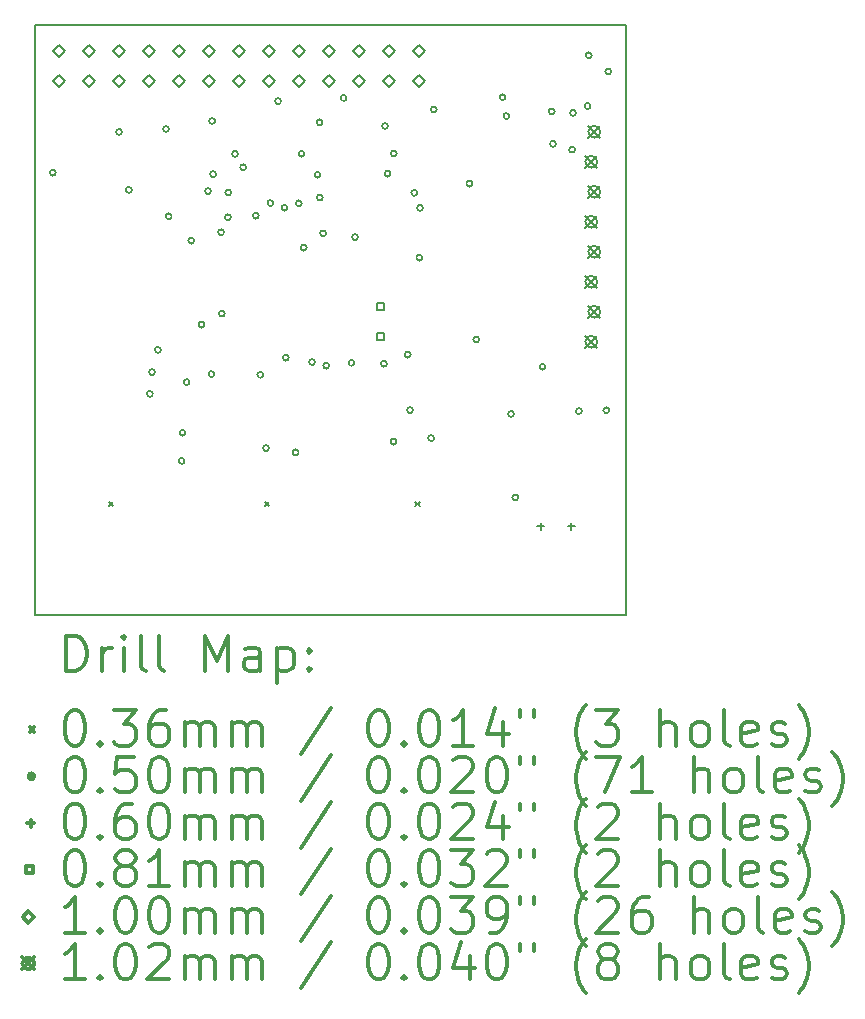
<source format=gbr>
%FSLAX45Y45*%
G04 Gerber Fmt 4.5, Leading zero omitted, Abs format (unit mm)*
G04 Created by KiCad (PCBNEW 4.0.0-rc2-stable) date 5/23/2016 2:12:25 PM*
%MOMM*%
G01*
G04 APERTURE LIST*
%ADD10C,0.127000*%
%ADD11C,0.150000*%
%ADD12C,0.200000*%
%ADD13C,0.300000*%
G04 APERTURE END LIST*
D10*
D11*
X12350110Y-13000360D02*
X17350110Y-13000360D01*
X17350110Y-13000360D02*
X17350110Y-8000360D01*
X17350110Y-8000360D02*
X12350110Y-8000360D01*
X12350110Y-8000360D02*
X12350110Y-13000360D01*
D12*
X12972330Y-12042780D02*
X13007890Y-12078340D01*
X13007890Y-12042780D02*
X12972330Y-12078340D01*
X14294330Y-12042780D02*
X14329890Y-12078340D01*
X14329890Y-12042780D02*
X14294330Y-12078340D01*
X15569330Y-12042780D02*
X15604890Y-12078340D01*
X15604890Y-12042780D02*
X15569330Y-12078340D01*
X12523110Y-9253360D02*
G75*
G03X12523110Y-9253360I-25000J0D01*
G01*
X13085110Y-8907360D02*
G75*
G03X13085110Y-8907360I-25000J0D01*
G01*
X13167110Y-9399360D02*
G75*
G03X13167110Y-9399360I-25000J0D01*
G01*
X13345110Y-11125360D02*
G75*
G03X13345110Y-11125360I-25000J0D01*
G01*
X13363110Y-10942360D02*
G75*
G03X13363110Y-10942360I-25000J0D01*
G01*
X13413110Y-10753360D02*
G75*
G03X13413110Y-10753360I-25000J0D01*
G01*
X13481110Y-8883360D02*
G75*
G03X13481110Y-8883360I-25000J0D01*
G01*
X13504110Y-9622360D02*
G75*
G03X13504110Y-9622360I-25000J0D01*
G01*
X13615110Y-11693360D02*
G75*
G03X13615110Y-11693360I-25000J0D01*
G01*
X13623110Y-11455360D02*
G75*
G03X13623110Y-11455360I-25000J0D01*
G01*
X13657110Y-11025360D02*
G75*
G03X13657110Y-11025360I-25000J0D01*
G01*
X13696110Y-9828360D02*
G75*
G03X13696110Y-9828360I-25000J0D01*
G01*
X13782110Y-10539360D02*
G75*
G03X13782110Y-10539360I-25000J0D01*
G01*
X13837110Y-9409360D02*
G75*
G03X13837110Y-9409360I-25000J0D01*
G01*
X13866110Y-10958360D02*
G75*
G03X13866110Y-10958360I-25000J0D01*
G01*
X13873110Y-8815360D02*
G75*
G03X13873110Y-8815360I-25000J0D01*
G01*
X13881110Y-9265360D02*
G75*
G03X13881110Y-9265360I-25000J0D01*
G01*
X13948110Y-9757360D02*
G75*
G03X13948110Y-9757360I-25000J0D01*
G01*
X13955110Y-10446360D02*
G75*
G03X13955110Y-10446360I-25000J0D01*
G01*
X14006110Y-9630360D02*
G75*
G03X14006110Y-9630360I-25000J0D01*
G01*
X14009110Y-9421360D02*
G75*
G03X14009110Y-9421360I-25000J0D01*
G01*
X14067110Y-9093360D02*
G75*
G03X14067110Y-9093360I-25000J0D01*
G01*
X14135110Y-9207360D02*
G75*
G03X14135110Y-9207360I-25000J0D01*
G01*
X14242110Y-9617360D02*
G75*
G03X14242110Y-9617360I-25000J0D01*
G01*
X14280110Y-10964360D02*
G75*
G03X14280110Y-10964360I-25000J0D01*
G01*
X14328110Y-11585360D02*
G75*
G03X14328110Y-11585360I-25000J0D01*
G01*
X14365110Y-9510360D02*
G75*
G03X14365110Y-9510360I-25000J0D01*
G01*
X14431110Y-8647360D02*
G75*
G03X14431110Y-8647360I-25000J0D01*
G01*
X14484110Y-9550360D02*
G75*
G03X14484110Y-9550360I-25000J0D01*
G01*
X14496110Y-10819360D02*
G75*
G03X14496110Y-10819360I-25000J0D01*
G01*
X14579110Y-11621360D02*
G75*
G03X14579110Y-11621360I-25000J0D01*
G01*
X14606110Y-9512360D02*
G75*
G03X14606110Y-9512360I-25000J0D01*
G01*
X14630110Y-9093360D02*
G75*
G03X14630110Y-9093360I-25000J0D01*
G01*
X14647110Y-9887360D02*
G75*
G03X14647110Y-9887360I-25000J0D01*
G01*
X14719110Y-10856360D02*
G75*
G03X14719110Y-10856360I-25000J0D01*
G01*
X14765110Y-9271360D02*
G75*
G03X14765110Y-9271360I-25000J0D01*
G01*
X14782110Y-8826360D02*
G75*
G03X14782110Y-8826360I-25000J0D01*
G01*
X14785110Y-9463360D02*
G75*
G03X14785110Y-9463360I-25000J0D01*
G01*
X14812110Y-9766360D02*
G75*
G03X14812110Y-9766360I-25000J0D01*
G01*
X14838110Y-10887360D02*
G75*
G03X14838110Y-10887360I-25000J0D01*
G01*
X14986110Y-8620360D02*
G75*
G03X14986110Y-8620360I-25000J0D01*
G01*
X15052110Y-10863360D02*
G75*
G03X15052110Y-10863360I-25000J0D01*
G01*
X15082110Y-9799360D02*
G75*
G03X15082110Y-9799360I-25000J0D01*
G01*
X15327110Y-10870360D02*
G75*
G03X15327110Y-10870360I-25000J0D01*
G01*
X15336110Y-8857360D02*
G75*
G03X15336110Y-8857360I-25000J0D01*
G01*
X15358110Y-9261360D02*
G75*
G03X15358110Y-9261360I-25000J0D01*
G01*
X15408110Y-11530360D02*
G75*
G03X15408110Y-11530360I-25000J0D01*
G01*
X15410110Y-9091360D02*
G75*
G03X15410110Y-9091360I-25000J0D01*
G01*
X15528110Y-10793360D02*
G75*
G03X15528110Y-10793360I-25000J0D01*
G01*
X15547110Y-11263360D02*
G75*
G03X15547110Y-11263360I-25000J0D01*
G01*
X15584110Y-9424360D02*
G75*
G03X15584110Y-9424360I-25000J0D01*
G01*
X15627110Y-9973360D02*
G75*
G03X15627110Y-9973360I-25000J0D01*
G01*
X15633110Y-9550360D02*
G75*
G03X15633110Y-9550360I-25000J0D01*
G01*
X15727110Y-11500360D02*
G75*
G03X15727110Y-11500360I-25000J0D01*
G01*
X15748110Y-8718360D02*
G75*
G03X15748110Y-8718360I-25000J0D01*
G01*
X16051110Y-9345360D02*
G75*
G03X16051110Y-9345360I-25000J0D01*
G01*
X16108110Y-10665360D02*
G75*
G03X16108110Y-10665360I-25000J0D01*
G01*
X16332110Y-8613360D02*
G75*
G03X16332110Y-8613360I-25000J0D01*
G01*
X16363110Y-8773360D02*
G75*
G03X16363110Y-8773360I-25000J0D01*
G01*
X16404110Y-11295360D02*
G75*
G03X16404110Y-11295360I-25000J0D01*
G01*
X16440110Y-12002360D02*
G75*
G03X16440110Y-12002360I-25000J0D01*
G01*
X16671110Y-10896360D02*
G75*
G03X16671110Y-10896360I-25000J0D01*
G01*
X16747110Y-8734360D02*
G75*
G03X16747110Y-8734360I-25000J0D01*
G01*
X16758110Y-9008360D02*
G75*
G03X16758110Y-9008360I-25000J0D01*
G01*
X16920110Y-9057360D02*
G75*
G03X16920110Y-9057360I-25000J0D01*
G01*
X16928110Y-8746360D02*
G75*
G03X16928110Y-8746360I-25000J0D01*
G01*
X16977110Y-11271360D02*
G75*
G03X16977110Y-11271360I-25000J0D01*
G01*
X17052110Y-8688360D02*
G75*
G03X17052110Y-8688360I-25000J0D01*
G01*
X17061110Y-8258360D02*
G75*
G03X17061110Y-8258360I-25000J0D01*
G01*
X17210110Y-11264360D02*
G75*
G03X17210110Y-11264360I-25000J0D01*
G01*
X17227110Y-8395360D02*
G75*
G03X17227110Y-8395360I-25000J0D01*
G01*
X16630110Y-12216360D02*
X16630110Y-12276360D01*
X16600110Y-12246360D02*
X16660110Y-12246360D01*
X16890110Y-12216360D02*
X16890110Y-12276360D01*
X16860110Y-12246360D02*
X16920110Y-12246360D01*
X15304847Y-10412097D02*
X15304847Y-10354623D01*
X15247373Y-10354623D01*
X15247373Y-10412097D01*
X15304847Y-10412097D01*
X15304847Y-10666097D02*
X15304847Y-10608623D01*
X15247373Y-10608623D01*
X15247373Y-10666097D01*
X15304847Y-10666097D01*
X12550110Y-8274360D02*
X12600110Y-8224360D01*
X12550110Y-8174360D01*
X12500110Y-8224360D01*
X12550110Y-8274360D01*
X12550110Y-8528360D02*
X12600110Y-8478360D01*
X12550110Y-8428360D01*
X12500110Y-8478360D01*
X12550110Y-8528360D01*
X12804110Y-8274360D02*
X12854110Y-8224360D01*
X12804110Y-8174360D01*
X12754110Y-8224360D01*
X12804110Y-8274360D01*
X12804110Y-8528360D02*
X12854110Y-8478360D01*
X12804110Y-8428360D01*
X12754110Y-8478360D01*
X12804110Y-8528360D01*
X13058110Y-8274360D02*
X13108110Y-8224360D01*
X13058110Y-8174360D01*
X13008110Y-8224360D01*
X13058110Y-8274360D01*
X13058110Y-8528360D02*
X13108110Y-8478360D01*
X13058110Y-8428360D01*
X13008110Y-8478360D01*
X13058110Y-8528360D01*
X13312110Y-8274360D02*
X13362110Y-8224360D01*
X13312110Y-8174360D01*
X13262110Y-8224360D01*
X13312110Y-8274360D01*
X13312110Y-8528360D02*
X13362110Y-8478360D01*
X13312110Y-8428360D01*
X13262110Y-8478360D01*
X13312110Y-8528360D01*
X13566110Y-8274360D02*
X13616110Y-8224360D01*
X13566110Y-8174360D01*
X13516110Y-8224360D01*
X13566110Y-8274360D01*
X13566110Y-8528360D02*
X13616110Y-8478360D01*
X13566110Y-8428360D01*
X13516110Y-8478360D01*
X13566110Y-8528360D01*
X13820110Y-8274360D02*
X13870110Y-8224360D01*
X13820110Y-8174360D01*
X13770110Y-8224360D01*
X13820110Y-8274360D01*
X13820110Y-8528360D02*
X13870110Y-8478360D01*
X13820110Y-8428360D01*
X13770110Y-8478360D01*
X13820110Y-8528360D01*
X14074110Y-8274360D02*
X14124110Y-8224360D01*
X14074110Y-8174360D01*
X14024110Y-8224360D01*
X14074110Y-8274360D01*
X14074110Y-8528360D02*
X14124110Y-8478360D01*
X14074110Y-8428360D01*
X14024110Y-8478360D01*
X14074110Y-8528360D01*
X14328110Y-8274360D02*
X14378110Y-8224360D01*
X14328110Y-8174360D01*
X14278110Y-8224360D01*
X14328110Y-8274360D01*
X14328110Y-8528360D02*
X14378110Y-8478360D01*
X14328110Y-8428360D01*
X14278110Y-8478360D01*
X14328110Y-8528360D01*
X14582110Y-8274360D02*
X14632110Y-8224360D01*
X14582110Y-8174360D01*
X14532110Y-8224360D01*
X14582110Y-8274360D01*
X14582110Y-8528360D02*
X14632110Y-8478360D01*
X14582110Y-8428360D01*
X14532110Y-8478360D01*
X14582110Y-8528360D01*
X14836110Y-8274360D02*
X14886110Y-8224360D01*
X14836110Y-8174360D01*
X14786110Y-8224360D01*
X14836110Y-8274360D01*
X14836110Y-8528360D02*
X14886110Y-8478360D01*
X14836110Y-8428360D01*
X14786110Y-8478360D01*
X14836110Y-8528360D01*
X15090110Y-8274360D02*
X15140110Y-8224360D01*
X15090110Y-8174360D01*
X15040110Y-8224360D01*
X15090110Y-8274360D01*
X15090110Y-8528360D02*
X15140110Y-8478360D01*
X15090110Y-8428360D01*
X15040110Y-8478360D01*
X15090110Y-8528360D01*
X15344110Y-8274360D02*
X15394110Y-8224360D01*
X15344110Y-8174360D01*
X15294110Y-8224360D01*
X15344110Y-8274360D01*
X15344110Y-8528360D02*
X15394110Y-8478360D01*
X15344110Y-8428360D01*
X15294110Y-8478360D01*
X15344110Y-8528360D01*
X15598110Y-8274360D02*
X15648110Y-8224360D01*
X15598110Y-8174360D01*
X15548110Y-8224360D01*
X15598110Y-8274360D01*
X15598110Y-8528360D02*
X15648110Y-8478360D01*
X15598110Y-8428360D01*
X15548110Y-8478360D01*
X15598110Y-8528360D01*
X17007610Y-9109560D02*
X17109210Y-9211160D01*
X17109210Y-9109560D02*
X17007610Y-9211160D01*
X17109210Y-9160360D02*
G75*
G03X17109210Y-9160360I-50800J0D01*
G01*
X17007610Y-9617560D02*
X17109210Y-9719160D01*
X17109210Y-9617560D02*
X17007610Y-9719160D01*
X17109210Y-9668360D02*
G75*
G03X17109210Y-9668360I-50800J0D01*
G01*
X17007610Y-10125560D02*
X17109210Y-10227160D01*
X17109210Y-10125560D02*
X17007610Y-10227160D01*
X17109210Y-10176360D02*
G75*
G03X17109210Y-10176360I-50800J0D01*
G01*
X17007610Y-10633560D02*
X17109210Y-10735160D01*
X17109210Y-10633560D02*
X17007610Y-10735160D01*
X17109210Y-10684360D02*
G75*
G03X17109210Y-10684360I-50800J0D01*
G01*
X17033010Y-8855560D02*
X17134610Y-8957160D01*
X17134610Y-8855560D02*
X17033010Y-8957160D01*
X17134610Y-8906360D02*
G75*
G03X17134610Y-8906360I-50800J0D01*
G01*
X17033010Y-9363560D02*
X17134610Y-9465160D01*
X17134610Y-9363560D02*
X17033010Y-9465160D01*
X17134610Y-9414360D02*
G75*
G03X17134610Y-9414360I-50800J0D01*
G01*
X17033010Y-9871560D02*
X17134610Y-9973160D01*
X17134610Y-9871560D02*
X17033010Y-9973160D01*
X17134610Y-9922360D02*
G75*
G03X17134610Y-9922360I-50800J0D01*
G01*
X17033010Y-10379560D02*
X17134610Y-10481160D01*
X17134610Y-10379560D02*
X17033010Y-10481160D01*
X17134610Y-10430360D02*
G75*
G03X17134610Y-10430360I-50800J0D01*
G01*
D13*
X12614038Y-13473574D02*
X12614038Y-13173574D01*
X12685467Y-13173574D01*
X12728324Y-13187860D01*
X12756896Y-13216431D01*
X12771181Y-13245003D01*
X12785467Y-13302146D01*
X12785467Y-13345003D01*
X12771181Y-13402146D01*
X12756896Y-13430717D01*
X12728324Y-13459289D01*
X12685467Y-13473574D01*
X12614038Y-13473574D01*
X12914038Y-13473574D02*
X12914038Y-13273574D01*
X12914038Y-13330717D02*
X12928324Y-13302146D01*
X12942610Y-13287860D01*
X12971181Y-13273574D01*
X12999753Y-13273574D01*
X13099753Y-13473574D02*
X13099753Y-13273574D01*
X13099753Y-13173574D02*
X13085467Y-13187860D01*
X13099753Y-13202146D01*
X13114038Y-13187860D01*
X13099753Y-13173574D01*
X13099753Y-13202146D01*
X13285467Y-13473574D02*
X13256896Y-13459289D01*
X13242610Y-13430717D01*
X13242610Y-13173574D01*
X13442610Y-13473574D02*
X13414038Y-13459289D01*
X13399753Y-13430717D01*
X13399753Y-13173574D01*
X13785467Y-13473574D02*
X13785467Y-13173574D01*
X13885467Y-13387860D01*
X13985467Y-13173574D01*
X13985467Y-13473574D01*
X14256896Y-13473574D02*
X14256896Y-13316431D01*
X14242610Y-13287860D01*
X14214038Y-13273574D01*
X14156896Y-13273574D01*
X14128324Y-13287860D01*
X14256896Y-13459289D02*
X14228324Y-13473574D01*
X14156896Y-13473574D01*
X14128324Y-13459289D01*
X14114038Y-13430717D01*
X14114038Y-13402146D01*
X14128324Y-13373574D01*
X14156896Y-13359289D01*
X14228324Y-13359289D01*
X14256896Y-13345003D01*
X14399753Y-13273574D02*
X14399753Y-13573574D01*
X14399753Y-13287860D02*
X14428324Y-13273574D01*
X14485467Y-13273574D01*
X14514038Y-13287860D01*
X14528324Y-13302146D01*
X14542610Y-13330717D01*
X14542610Y-13416431D01*
X14528324Y-13445003D01*
X14514038Y-13459289D01*
X14485467Y-13473574D01*
X14428324Y-13473574D01*
X14399753Y-13459289D01*
X14671181Y-13445003D02*
X14685467Y-13459289D01*
X14671181Y-13473574D01*
X14656896Y-13459289D01*
X14671181Y-13445003D01*
X14671181Y-13473574D01*
X14671181Y-13287860D02*
X14685467Y-13302146D01*
X14671181Y-13316431D01*
X14656896Y-13302146D01*
X14671181Y-13287860D01*
X14671181Y-13316431D01*
X12307050Y-13950080D02*
X12342610Y-13985640D01*
X12342610Y-13950080D02*
X12307050Y-13985640D01*
X12671181Y-13803574D02*
X12699753Y-13803574D01*
X12728324Y-13817860D01*
X12742610Y-13832146D01*
X12756896Y-13860717D01*
X12771181Y-13917860D01*
X12771181Y-13989289D01*
X12756896Y-14046431D01*
X12742610Y-14075003D01*
X12728324Y-14089289D01*
X12699753Y-14103574D01*
X12671181Y-14103574D01*
X12642610Y-14089289D01*
X12628324Y-14075003D01*
X12614038Y-14046431D01*
X12599753Y-13989289D01*
X12599753Y-13917860D01*
X12614038Y-13860717D01*
X12628324Y-13832146D01*
X12642610Y-13817860D01*
X12671181Y-13803574D01*
X12899753Y-14075003D02*
X12914038Y-14089289D01*
X12899753Y-14103574D01*
X12885467Y-14089289D01*
X12899753Y-14075003D01*
X12899753Y-14103574D01*
X13014038Y-13803574D02*
X13199753Y-13803574D01*
X13099753Y-13917860D01*
X13142610Y-13917860D01*
X13171181Y-13932146D01*
X13185467Y-13946431D01*
X13199753Y-13975003D01*
X13199753Y-14046431D01*
X13185467Y-14075003D01*
X13171181Y-14089289D01*
X13142610Y-14103574D01*
X13056896Y-14103574D01*
X13028324Y-14089289D01*
X13014038Y-14075003D01*
X13456896Y-13803574D02*
X13399753Y-13803574D01*
X13371181Y-13817860D01*
X13356896Y-13832146D01*
X13328324Y-13875003D01*
X13314038Y-13932146D01*
X13314038Y-14046431D01*
X13328324Y-14075003D01*
X13342610Y-14089289D01*
X13371181Y-14103574D01*
X13428324Y-14103574D01*
X13456896Y-14089289D01*
X13471181Y-14075003D01*
X13485467Y-14046431D01*
X13485467Y-13975003D01*
X13471181Y-13946431D01*
X13456896Y-13932146D01*
X13428324Y-13917860D01*
X13371181Y-13917860D01*
X13342610Y-13932146D01*
X13328324Y-13946431D01*
X13314038Y-13975003D01*
X13614038Y-14103574D02*
X13614038Y-13903574D01*
X13614038Y-13932146D02*
X13628324Y-13917860D01*
X13656896Y-13903574D01*
X13699753Y-13903574D01*
X13728324Y-13917860D01*
X13742610Y-13946431D01*
X13742610Y-14103574D01*
X13742610Y-13946431D02*
X13756896Y-13917860D01*
X13785467Y-13903574D01*
X13828324Y-13903574D01*
X13856896Y-13917860D01*
X13871181Y-13946431D01*
X13871181Y-14103574D01*
X14014038Y-14103574D02*
X14014038Y-13903574D01*
X14014038Y-13932146D02*
X14028324Y-13917860D01*
X14056896Y-13903574D01*
X14099753Y-13903574D01*
X14128324Y-13917860D01*
X14142610Y-13946431D01*
X14142610Y-14103574D01*
X14142610Y-13946431D02*
X14156896Y-13917860D01*
X14185467Y-13903574D01*
X14228324Y-13903574D01*
X14256896Y-13917860D01*
X14271181Y-13946431D01*
X14271181Y-14103574D01*
X14856896Y-13789289D02*
X14599753Y-14175003D01*
X15242610Y-13803574D02*
X15271181Y-13803574D01*
X15299753Y-13817860D01*
X15314038Y-13832146D01*
X15328324Y-13860717D01*
X15342610Y-13917860D01*
X15342610Y-13989289D01*
X15328324Y-14046431D01*
X15314038Y-14075003D01*
X15299753Y-14089289D01*
X15271181Y-14103574D01*
X15242610Y-14103574D01*
X15214038Y-14089289D01*
X15199753Y-14075003D01*
X15185467Y-14046431D01*
X15171181Y-13989289D01*
X15171181Y-13917860D01*
X15185467Y-13860717D01*
X15199753Y-13832146D01*
X15214038Y-13817860D01*
X15242610Y-13803574D01*
X15471181Y-14075003D02*
X15485467Y-14089289D01*
X15471181Y-14103574D01*
X15456896Y-14089289D01*
X15471181Y-14075003D01*
X15471181Y-14103574D01*
X15671181Y-13803574D02*
X15699753Y-13803574D01*
X15728324Y-13817860D01*
X15742610Y-13832146D01*
X15756895Y-13860717D01*
X15771181Y-13917860D01*
X15771181Y-13989289D01*
X15756895Y-14046431D01*
X15742610Y-14075003D01*
X15728324Y-14089289D01*
X15699753Y-14103574D01*
X15671181Y-14103574D01*
X15642610Y-14089289D01*
X15628324Y-14075003D01*
X15614038Y-14046431D01*
X15599753Y-13989289D01*
X15599753Y-13917860D01*
X15614038Y-13860717D01*
X15628324Y-13832146D01*
X15642610Y-13817860D01*
X15671181Y-13803574D01*
X16056895Y-14103574D02*
X15885467Y-14103574D01*
X15971181Y-14103574D02*
X15971181Y-13803574D01*
X15942610Y-13846431D01*
X15914038Y-13875003D01*
X15885467Y-13889289D01*
X16314038Y-13903574D02*
X16314038Y-14103574D01*
X16242610Y-13789289D02*
X16171181Y-14003574D01*
X16356895Y-14003574D01*
X16456896Y-13803574D02*
X16456896Y-13860717D01*
X16571181Y-13803574D02*
X16571181Y-13860717D01*
X17014038Y-14217860D02*
X16999753Y-14203574D01*
X16971181Y-14160717D01*
X16956896Y-14132146D01*
X16942610Y-14089289D01*
X16928324Y-14017860D01*
X16928324Y-13960717D01*
X16942610Y-13889289D01*
X16956896Y-13846431D01*
X16971181Y-13817860D01*
X16999753Y-13775003D01*
X17014038Y-13760717D01*
X17099753Y-13803574D02*
X17285467Y-13803574D01*
X17185467Y-13917860D01*
X17228324Y-13917860D01*
X17256896Y-13932146D01*
X17271181Y-13946431D01*
X17285467Y-13975003D01*
X17285467Y-14046431D01*
X17271181Y-14075003D01*
X17256896Y-14089289D01*
X17228324Y-14103574D01*
X17142610Y-14103574D01*
X17114038Y-14089289D01*
X17099753Y-14075003D01*
X17642610Y-14103574D02*
X17642610Y-13803574D01*
X17771181Y-14103574D02*
X17771181Y-13946431D01*
X17756896Y-13917860D01*
X17728324Y-13903574D01*
X17685467Y-13903574D01*
X17656896Y-13917860D01*
X17642610Y-13932146D01*
X17956896Y-14103574D02*
X17928324Y-14089289D01*
X17914038Y-14075003D01*
X17899753Y-14046431D01*
X17899753Y-13960717D01*
X17914038Y-13932146D01*
X17928324Y-13917860D01*
X17956896Y-13903574D01*
X17999753Y-13903574D01*
X18028324Y-13917860D01*
X18042610Y-13932146D01*
X18056896Y-13960717D01*
X18056896Y-14046431D01*
X18042610Y-14075003D01*
X18028324Y-14089289D01*
X17999753Y-14103574D01*
X17956896Y-14103574D01*
X18228324Y-14103574D02*
X18199753Y-14089289D01*
X18185467Y-14060717D01*
X18185467Y-13803574D01*
X18456896Y-14089289D02*
X18428324Y-14103574D01*
X18371181Y-14103574D01*
X18342610Y-14089289D01*
X18328324Y-14060717D01*
X18328324Y-13946431D01*
X18342610Y-13917860D01*
X18371181Y-13903574D01*
X18428324Y-13903574D01*
X18456896Y-13917860D01*
X18471181Y-13946431D01*
X18471181Y-13975003D01*
X18328324Y-14003574D01*
X18585467Y-14089289D02*
X18614039Y-14103574D01*
X18671181Y-14103574D01*
X18699753Y-14089289D01*
X18714039Y-14060717D01*
X18714039Y-14046431D01*
X18699753Y-14017860D01*
X18671181Y-14003574D01*
X18628324Y-14003574D01*
X18599753Y-13989289D01*
X18585467Y-13960717D01*
X18585467Y-13946431D01*
X18599753Y-13917860D01*
X18628324Y-13903574D01*
X18671181Y-13903574D01*
X18699753Y-13917860D01*
X18814038Y-14217860D02*
X18828324Y-14203574D01*
X18856896Y-14160717D01*
X18871181Y-14132146D01*
X18885467Y-14089289D01*
X18899753Y-14017860D01*
X18899753Y-13960717D01*
X18885467Y-13889289D01*
X18871181Y-13846431D01*
X18856896Y-13817860D01*
X18828324Y-13775003D01*
X18814038Y-13760717D01*
X12342610Y-14363860D02*
G75*
G03X12342610Y-14363860I-25000J0D01*
G01*
X12671181Y-14199574D02*
X12699753Y-14199574D01*
X12728324Y-14213860D01*
X12742610Y-14228146D01*
X12756896Y-14256717D01*
X12771181Y-14313860D01*
X12771181Y-14385289D01*
X12756896Y-14442431D01*
X12742610Y-14471003D01*
X12728324Y-14485289D01*
X12699753Y-14499574D01*
X12671181Y-14499574D01*
X12642610Y-14485289D01*
X12628324Y-14471003D01*
X12614038Y-14442431D01*
X12599753Y-14385289D01*
X12599753Y-14313860D01*
X12614038Y-14256717D01*
X12628324Y-14228146D01*
X12642610Y-14213860D01*
X12671181Y-14199574D01*
X12899753Y-14471003D02*
X12914038Y-14485289D01*
X12899753Y-14499574D01*
X12885467Y-14485289D01*
X12899753Y-14471003D01*
X12899753Y-14499574D01*
X13185467Y-14199574D02*
X13042610Y-14199574D01*
X13028324Y-14342431D01*
X13042610Y-14328146D01*
X13071181Y-14313860D01*
X13142610Y-14313860D01*
X13171181Y-14328146D01*
X13185467Y-14342431D01*
X13199753Y-14371003D01*
X13199753Y-14442431D01*
X13185467Y-14471003D01*
X13171181Y-14485289D01*
X13142610Y-14499574D01*
X13071181Y-14499574D01*
X13042610Y-14485289D01*
X13028324Y-14471003D01*
X13385467Y-14199574D02*
X13414038Y-14199574D01*
X13442610Y-14213860D01*
X13456896Y-14228146D01*
X13471181Y-14256717D01*
X13485467Y-14313860D01*
X13485467Y-14385289D01*
X13471181Y-14442431D01*
X13456896Y-14471003D01*
X13442610Y-14485289D01*
X13414038Y-14499574D01*
X13385467Y-14499574D01*
X13356896Y-14485289D01*
X13342610Y-14471003D01*
X13328324Y-14442431D01*
X13314038Y-14385289D01*
X13314038Y-14313860D01*
X13328324Y-14256717D01*
X13342610Y-14228146D01*
X13356896Y-14213860D01*
X13385467Y-14199574D01*
X13614038Y-14499574D02*
X13614038Y-14299574D01*
X13614038Y-14328146D02*
X13628324Y-14313860D01*
X13656896Y-14299574D01*
X13699753Y-14299574D01*
X13728324Y-14313860D01*
X13742610Y-14342431D01*
X13742610Y-14499574D01*
X13742610Y-14342431D02*
X13756896Y-14313860D01*
X13785467Y-14299574D01*
X13828324Y-14299574D01*
X13856896Y-14313860D01*
X13871181Y-14342431D01*
X13871181Y-14499574D01*
X14014038Y-14499574D02*
X14014038Y-14299574D01*
X14014038Y-14328146D02*
X14028324Y-14313860D01*
X14056896Y-14299574D01*
X14099753Y-14299574D01*
X14128324Y-14313860D01*
X14142610Y-14342431D01*
X14142610Y-14499574D01*
X14142610Y-14342431D02*
X14156896Y-14313860D01*
X14185467Y-14299574D01*
X14228324Y-14299574D01*
X14256896Y-14313860D01*
X14271181Y-14342431D01*
X14271181Y-14499574D01*
X14856896Y-14185289D02*
X14599753Y-14571003D01*
X15242610Y-14199574D02*
X15271181Y-14199574D01*
X15299753Y-14213860D01*
X15314038Y-14228146D01*
X15328324Y-14256717D01*
X15342610Y-14313860D01*
X15342610Y-14385289D01*
X15328324Y-14442431D01*
X15314038Y-14471003D01*
X15299753Y-14485289D01*
X15271181Y-14499574D01*
X15242610Y-14499574D01*
X15214038Y-14485289D01*
X15199753Y-14471003D01*
X15185467Y-14442431D01*
X15171181Y-14385289D01*
X15171181Y-14313860D01*
X15185467Y-14256717D01*
X15199753Y-14228146D01*
X15214038Y-14213860D01*
X15242610Y-14199574D01*
X15471181Y-14471003D02*
X15485467Y-14485289D01*
X15471181Y-14499574D01*
X15456896Y-14485289D01*
X15471181Y-14471003D01*
X15471181Y-14499574D01*
X15671181Y-14199574D02*
X15699753Y-14199574D01*
X15728324Y-14213860D01*
X15742610Y-14228146D01*
X15756895Y-14256717D01*
X15771181Y-14313860D01*
X15771181Y-14385289D01*
X15756895Y-14442431D01*
X15742610Y-14471003D01*
X15728324Y-14485289D01*
X15699753Y-14499574D01*
X15671181Y-14499574D01*
X15642610Y-14485289D01*
X15628324Y-14471003D01*
X15614038Y-14442431D01*
X15599753Y-14385289D01*
X15599753Y-14313860D01*
X15614038Y-14256717D01*
X15628324Y-14228146D01*
X15642610Y-14213860D01*
X15671181Y-14199574D01*
X15885467Y-14228146D02*
X15899753Y-14213860D01*
X15928324Y-14199574D01*
X15999753Y-14199574D01*
X16028324Y-14213860D01*
X16042610Y-14228146D01*
X16056895Y-14256717D01*
X16056895Y-14285289D01*
X16042610Y-14328146D01*
X15871181Y-14499574D01*
X16056895Y-14499574D01*
X16242610Y-14199574D02*
X16271181Y-14199574D01*
X16299753Y-14213860D01*
X16314038Y-14228146D01*
X16328324Y-14256717D01*
X16342610Y-14313860D01*
X16342610Y-14385289D01*
X16328324Y-14442431D01*
X16314038Y-14471003D01*
X16299753Y-14485289D01*
X16271181Y-14499574D01*
X16242610Y-14499574D01*
X16214038Y-14485289D01*
X16199753Y-14471003D01*
X16185467Y-14442431D01*
X16171181Y-14385289D01*
X16171181Y-14313860D01*
X16185467Y-14256717D01*
X16199753Y-14228146D01*
X16214038Y-14213860D01*
X16242610Y-14199574D01*
X16456896Y-14199574D02*
X16456896Y-14256717D01*
X16571181Y-14199574D02*
X16571181Y-14256717D01*
X17014038Y-14613860D02*
X16999753Y-14599574D01*
X16971181Y-14556717D01*
X16956896Y-14528146D01*
X16942610Y-14485289D01*
X16928324Y-14413860D01*
X16928324Y-14356717D01*
X16942610Y-14285289D01*
X16956896Y-14242431D01*
X16971181Y-14213860D01*
X16999753Y-14171003D01*
X17014038Y-14156717D01*
X17099753Y-14199574D02*
X17299753Y-14199574D01*
X17171181Y-14499574D01*
X17571181Y-14499574D02*
X17399753Y-14499574D01*
X17485467Y-14499574D02*
X17485467Y-14199574D01*
X17456896Y-14242431D01*
X17428324Y-14271003D01*
X17399753Y-14285289D01*
X17928324Y-14499574D02*
X17928324Y-14199574D01*
X18056896Y-14499574D02*
X18056896Y-14342431D01*
X18042610Y-14313860D01*
X18014038Y-14299574D01*
X17971181Y-14299574D01*
X17942610Y-14313860D01*
X17928324Y-14328146D01*
X18242610Y-14499574D02*
X18214038Y-14485289D01*
X18199753Y-14471003D01*
X18185467Y-14442431D01*
X18185467Y-14356717D01*
X18199753Y-14328146D01*
X18214038Y-14313860D01*
X18242610Y-14299574D01*
X18285467Y-14299574D01*
X18314038Y-14313860D01*
X18328324Y-14328146D01*
X18342610Y-14356717D01*
X18342610Y-14442431D01*
X18328324Y-14471003D01*
X18314038Y-14485289D01*
X18285467Y-14499574D01*
X18242610Y-14499574D01*
X18514038Y-14499574D02*
X18485467Y-14485289D01*
X18471181Y-14456717D01*
X18471181Y-14199574D01*
X18742610Y-14485289D02*
X18714039Y-14499574D01*
X18656896Y-14499574D01*
X18628324Y-14485289D01*
X18614039Y-14456717D01*
X18614039Y-14342431D01*
X18628324Y-14313860D01*
X18656896Y-14299574D01*
X18714039Y-14299574D01*
X18742610Y-14313860D01*
X18756896Y-14342431D01*
X18756896Y-14371003D01*
X18614039Y-14399574D01*
X18871181Y-14485289D02*
X18899753Y-14499574D01*
X18956896Y-14499574D01*
X18985467Y-14485289D01*
X18999753Y-14456717D01*
X18999753Y-14442431D01*
X18985467Y-14413860D01*
X18956896Y-14399574D01*
X18914039Y-14399574D01*
X18885467Y-14385289D01*
X18871181Y-14356717D01*
X18871181Y-14342431D01*
X18885467Y-14313860D01*
X18914039Y-14299574D01*
X18956896Y-14299574D01*
X18985467Y-14313860D01*
X19099753Y-14613860D02*
X19114039Y-14599574D01*
X19142610Y-14556717D01*
X19156896Y-14528146D01*
X19171181Y-14485289D01*
X19185467Y-14413860D01*
X19185467Y-14356717D01*
X19171181Y-14285289D01*
X19156896Y-14242431D01*
X19142610Y-14213860D01*
X19114039Y-14171003D01*
X19099753Y-14156717D01*
X12312610Y-14729860D02*
X12312610Y-14789860D01*
X12282610Y-14759860D02*
X12342610Y-14759860D01*
X12671181Y-14595574D02*
X12699753Y-14595574D01*
X12728324Y-14609860D01*
X12742610Y-14624146D01*
X12756896Y-14652717D01*
X12771181Y-14709860D01*
X12771181Y-14781289D01*
X12756896Y-14838431D01*
X12742610Y-14867003D01*
X12728324Y-14881289D01*
X12699753Y-14895574D01*
X12671181Y-14895574D01*
X12642610Y-14881289D01*
X12628324Y-14867003D01*
X12614038Y-14838431D01*
X12599753Y-14781289D01*
X12599753Y-14709860D01*
X12614038Y-14652717D01*
X12628324Y-14624146D01*
X12642610Y-14609860D01*
X12671181Y-14595574D01*
X12899753Y-14867003D02*
X12914038Y-14881289D01*
X12899753Y-14895574D01*
X12885467Y-14881289D01*
X12899753Y-14867003D01*
X12899753Y-14895574D01*
X13171181Y-14595574D02*
X13114038Y-14595574D01*
X13085467Y-14609860D01*
X13071181Y-14624146D01*
X13042610Y-14667003D01*
X13028324Y-14724146D01*
X13028324Y-14838431D01*
X13042610Y-14867003D01*
X13056896Y-14881289D01*
X13085467Y-14895574D01*
X13142610Y-14895574D01*
X13171181Y-14881289D01*
X13185467Y-14867003D01*
X13199753Y-14838431D01*
X13199753Y-14767003D01*
X13185467Y-14738431D01*
X13171181Y-14724146D01*
X13142610Y-14709860D01*
X13085467Y-14709860D01*
X13056896Y-14724146D01*
X13042610Y-14738431D01*
X13028324Y-14767003D01*
X13385467Y-14595574D02*
X13414038Y-14595574D01*
X13442610Y-14609860D01*
X13456896Y-14624146D01*
X13471181Y-14652717D01*
X13485467Y-14709860D01*
X13485467Y-14781289D01*
X13471181Y-14838431D01*
X13456896Y-14867003D01*
X13442610Y-14881289D01*
X13414038Y-14895574D01*
X13385467Y-14895574D01*
X13356896Y-14881289D01*
X13342610Y-14867003D01*
X13328324Y-14838431D01*
X13314038Y-14781289D01*
X13314038Y-14709860D01*
X13328324Y-14652717D01*
X13342610Y-14624146D01*
X13356896Y-14609860D01*
X13385467Y-14595574D01*
X13614038Y-14895574D02*
X13614038Y-14695574D01*
X13614038Y-14724146D02*
X13628324Y-14709860D01*
X13656896Y-14695574D01*
X13699753Y-14695574D01*
X13728324Y-14709860D01*
X13742610Y-14738431D01*
X13742610Y-14895574D01*
X13742610Y-14738431D02*
X13756896Y-14709860D01*
X13785467Y-14695574D01*
X13828324Y-14695574D01*
X13856896Y-14709860D01*
X13871181Y-14738431D01*
X13871181Y-14895574D01*
X14014038Y-14895574D02*
X14014038Y-14695574D01*
X14014038Y-14724146D02*
X14028324Y-14709860D01*
X14056896Y-14695574D01*
X14099753Y-14695574D01*
X14128324Y-14709860D01*
X14142610Y-14738431D01*
X14142610Y-14895574D01*
X14142610Y-14738431D02*
X14156896Y-14709860D01*
X14185467Y-14695574D01*
X14228324Y-14695574D01*
X14256896Y-14709860D01*
X14271181Y-14738431D01*
X14271181Y-14895574D01*
X14856896Y-14581289D02*
X14599753Y-14967003D01*
X15242610Y-14595574D02*
X15271181Y-14595574D01*
X15299753Y-14609860D01*
X15314038Y-14624146D01*
X15328324Y-14652717D01*
X15342610Y-14709860D01*
X15342610Y-14781289D01*
X15328324Y-14838431D01*
X15314038Y-14867003D01*
X15299753Y-14881289D01*
X15271181Y-14895574D01*
X15242610Y-14895574D01*
X15214038Y-14881289D01*
X15199753Y-14867003D01*
X15185467Y-14838431D01*
X15171181Y-14781289D01*
X15171181Y-14709860D01*
X15185467Y-14652717D01*
X15199753Y-14624146D01*
X15214038Y-14609860D01*
X15242610Y-14595574D01*
X15471181Y-14867003D02*
X15485467Y-14881289D01*
X15471181Y-14895574D01*
X15456896Y-14881289D01*
X15471181Y-14867003D01*
X15471181Y-14895574D01*
X15671181Y-14595574D02*
X15699753Y-14595574D01*
X15728324Y-14609860D01*
X15742610Y-14624146D01*
X15756895Y-14652717D01*
X15771181Y-14709860D01*
X15771181Y-14781289D01*
X15756895Y-14838431D01*
X15742610Y-14867003D01*
X15728324Y-14881289D01*
X15699753Y-14895574D01*
X15671181Y-14895574D01*
X15642610Y-14881289D01*
X15628324Y-14867003D01*
X15614038Y-14838431D01*
X15599753Y-14781289D01*
X15599753Y-14709860D01*
X15614038Y-14652717D01*
X15628324Y-14624146D01*
X15642610Y-14609860D01*
X15671181Y-14595574D01*
X15885467Y-14624146D02*
X15899753Y-14609860D01*
X15928324Y-14595574D01*
X15999753Y-14595574D01*
X16028324Y-14609860D01*
X16042610Y-14624146D01*
X16056895Y-14652717D01*
X16056895Y-14681289D01*
X16042610Y-14724146D01*
X15871181Y-14895574D01*
X16056895Y-14895574D01*
X16314038Y-14695574D02*
X16314038Y-14895574D01*
X16242610Y-14581289D02*
X16171181Y-14795574D01*
X16356895Y-14795574D01*
X16456896Y-14595574D02*
X16456896Y-14652717D01*
X16571181Y-14595574D02*
X16571181Y-14652717D01*
X17014038Y-15009860D02*
X16999753Y-14995574D01*
X16971181Y-14952717D01*
X16956896Y-14924146D01*
X16942610Y-14881289D01*
X16928324Y-14809860D01*
X16928324Y-14752717D01*
X16942610Y-14681289D01*
X16956896Y-14638431D01*
X16971181Y-14609860D01*
X16999753Y-14567003D01*
X17014038Y-14552717D01*
X17114038Y-14624146D02*
X17128324Y-14609860D01*
X17156896Y-14595574D01*
X17228324Y-14595574D01*
X17256896Y-14609860D01*
X17271181Y-14624146D01*
X17285467Y-14652717D01*
X17285467Y-14681289D01*
X17271181Y-14724146D01*
X17099753Y-14895574D01*
X17285467Y-14895574D01*
X17642610Y-14895574D02*
X17642610Y-14595574D01*
X17771181Y-14895574D02*
X17771181Y-14738431D01*
X17756896Y-14709860D01*
X17728324Y-14695574D01*
X17685467Y-14695574D01*
X17656896Y-14709860D01*
X17642610Y-14724146D01*
X17956896Y-14895574D02*
X17928324Y-14881289D01*
X17914038Y-14867003D01*
X17899753Y-14838431D01*
X17899753Y-14752717D01*
X17914038Y-14724146D01*
X17928324Y-14709860D01*
X17956896Y-14695574D01*
X17999753Y-14695574D01*
X18028324Y-14709860D01*
X18042610Y-14724146D01*
X18056896Y-14752717D01*
X18056896Y-14838431D01*
X18042610Y-14867003D01*
X18028324Y-14881289D01*
X17999753Y-14895574D01*
X17956896Y-14895574D01*
X18228324Y-14895574D02*
X18199753Y-14881289D01*
X18185467Y-14852717D01*
X18185467Y-14595574D01*
X18456896Y-14881289D02*
X18428324Y-14895574D01*
X18371181Y-14895574D01*
X18342610Y-14881289D01*
X18328324Y-14852717D01*
X18328324Y-14738431D01*
X18342610Y-14709860D01*
X18371181Y-14695574D01*
X18428324Y-14695574D01*
X18456896Y-14709860D01*
X18471181Y-14738431D01*
X18471181Y-14767003D01*
X18328324Y-14795574D01*
X18585467Y-14881289D02*
X18614039Y-14895574D01*
X18671181Y-14895574D01*
X18699753Y-14881289D01*
X18714039Y-14852717D01*
X18714039Y-14838431D01*
X18699753Y-14809860D01*
X18671181Y-14795574D01*
X18628324Y-14795574D01*
X18599753Y-14781289D01*
X18585467Y-14752717D01*
X18585467Y-14738431D01*
X18599753Y-14709860D01*
X18628324Y-14695574D01*
X18671181Y-14695574D01*
X18699753Y-14709860D01*
X18814038Y-15009860D02*
X18828324Y-14995574D01*
X18856896Y-14952717D01*
X18871181Y-14924146D01*
X18885467Y-14881289D01*
X18899753Y-14809860D01*
X18899753Y-14752717D01*
X18885467Y-14681289D01*
X18871181Y-14638431D01*
X18856896Y-14609860D01*
X18828324Y-14567003D01*
X18814038Y-14552717D01*
X12330707Y-15184597D02*
X12330707Y-15127123D01*
X12273233Y-15127123D01*
X12273233Y-15184597D01*
X12330707Y-15184597D01*
X12671181Y-14991574D02*
X12699753Y-14991574D01*
X12728324Y-15005860D01*
X12742610Y-15020146D01*
X12756896Y-15048717D01*
X12771181Y-15105860D01*
X12771181Y-15177289D01*
X12756896Y-15234431D01*
X12742610Y-15263003D01*
X12728324Y-15277289D01*
X12699753Y-15291574D01*
X12671181Y-15291574D01*
X12642610Y-15277289D01*
X12628324Y-15263003D01*
X12614038Y-15234431D01*
X12599753Y-15177289D01*
X12599753Y-15105860D01*
X12614038Y-15048717D01*
X12628324Y-15020146D01*
X12642610Y-15005860D01*
X12671181Y-14991574D01*
X12899753Y-15263003D02*
X12914038Y-15277289D01*
X12899753Y-15291574D01*
X12885467Y-15277289D01*
X12899753Y-15263003D01*
X12899753Y-15291574D01*
X13085467Y-15120146D02*
X13056896Y-15105860D01*
X13042610Y-15091574D01*
X13028324Y-15063003D01*
X13028324Y-15048717D01*
X13042610Y-15020146D01*
X13056896Y-15005860D01*
X13085467Y-14991574D01*
X13142610Y-14991574D01*
X13171181Y-15005860D01*
X13185467Y-15020146D01*
X13199753Y-15048717D01*
X13199753Y-15063003D01*
X13185467Y-15091574D01*
X13171181Y-15105860D01*
X13142610Y-15120146D01*
X13085467Y-15120146D01*
X13056896Y-15134431D01*
X13042610Y-15148717D01*
X13028324Y-15177289D01*
X13028324Y-15234431D01*
X13042610Y-15263003D01*
X13056896Y-15277289D01*
X13085467Y-15291574D01*
X13142610Y-15291574D01*
X13171181Y-15277289D01*
X13185467Y-15263003D01*
X13199753Y-15234431D01*
X13199753Y-15177289D01*
X13185467Y-15148717D01*
X13171181Y-15134431D01*
X13142610Y-15120146D01*
X13485467Y-15291574D02*
X13314038Y-15291574D01*
X13399753Y-15291574D02*
X13399753Y-14991574D01*
X13371181Y-15034431D01*
X13342610Y-15063003D01*
X13314038Y-15077289D01*
X13614038Y-15291574D02*
X13614038Y-15091574D01*
X13614038Y-15120146D02*
X13628324Y-15105860D01*
X13656896Y-15091574D01*
X13699753Y-15091574D01*
X13728324Y-15105860D01*
X13742610Y-15134431D01*
X13742610Y-15291574D01*
X13742610Y-15134431D02*
X13756896Y-15105860D01*
X13785467Y-15091574D01*
X13828324Y-15091574D01*
X13856896Y-15105860D01*
X13871181Y-15134431D01*
X13871181Y-15291574D01*
X14014038Y-15291574D02*
X14014038Y-15091574D01*
X14014038Y-15120146D02*
X14028324Y-15105860D01*
X14056896Y-15091574D01*
X14099753Y-15091574D01*
X14128324Y-15105860D01*
X14142610Y-15134431D01*
X14142610Y-15291574D01*
X14142610Y-15134431D02*
X14156896Y-15105860D01*
X14185467Y-15091574D01*
X14228324Y-15091574D01*
X14256896Y-15105860D01*
X14271181Y-15134431D01*
X14271181Y-15291574D01*
X14856896Y-14977289D02*
X14599753Y-15363003D01*
X15242610Y-14991574D02*
X15271181Y-14991574D01*
X15299753Y-15005860D01*
X15314038Y-15020146D01*
X15328324Y-15048717D01*
X15342610Y-15105860D01*
X15342610Y-15177289D01*
X15328324Y-15234431D01*
X15314038Y-15263003D01*
X15299753Y-15277289D01*
X15271181Y-15291574D01*
X15242610Y-15291574D01*
X15214038Y-15277289D01*
X15199753Y-15263003D01*
X15185467Y-15234431D01*
X15171181Y-15177289D01*
X15171181Y-15105860D01*
X15185467Y-15048717D01*
X15199753Y-15020146D01*
X15214038Y-15005860D01*
X15242610Y-14991574D01*
X15471181Y-15263003D02*
X15485467Y-15277289D01*
X15471181Y-15291574D01*
X15456896Y-15277289D01*
X15471181Y-15263003D01*
X15471181Y-15291574D01*
X15671181Y-14991574D02*
X15699753Y-14991574D01*
X15728324Y-15005860D01*
X15742610Y-15020146D01*
X15756895Y-15048717D01*
X15771181Y-15105860D01*
X15771181Y-15177289D01*
X15756895Y-15234431D01*
X15742610Y-15263003D01*
X15728324Y-15277289D01*
X15699753Y-15291574D01*
X15671181Y-15291574D01*
X15642610Y-15277289D01*
X15628324Y-15263003D01*
X15614038Y-15234431D01*
X15599753Y-15177289D01*
X15599753Y-15105860D01*
X15614038Y-15048717D01*
X15628324Y-15020146D01*
X15642610Y-15005860D01*
X15671181Y-14991574D01*
X15871181Y-14991574D02*
X16056895Y-14991574D01*
X15956895Y-15105860D01*
X15999753Y-15105860D01*
X16028324Y-15120146D01*
X16042610Y-15134431D01*
X16056895Y-15163003D01*
X16056895Y-15234431D01*
X16042610Y-15263003D01*
X16028324Y-15277289D01*
X15999753Y-15291574D01*
X15914038Y-15291574D01*
X15885467Y-15277289D01*
X15871181Y-15263003D01*
X16171181Y-15020146D02*
X16185467Y-15005860D01*
X16214038Y-14991574D01*
X16285467Y-14991574D01*
X16314038Y-15005860D01*
X16328324Y-15020146D01*
X16342610Y-15048717D01*
X16342610Y-15077289D01*
X16328324Y-15120146D01*
X16156895Y-15291574D01*
X16342610Y-15291574D01*
X16456896Y-14991574D02*
X16456896Y-15048717D01*
X16571181Y-14991574D02*
X16571181Y-15048717D01*
X17014038Y-15405860D02*
X16999753Y-15391574D01*
X16971181Y-15348717D01*
X16956896Y-15320146D01*
X16942610Y-15277289D01*
X16928324Y-15205860D01*
X16928324Y-15148717D01*
X16942610Y-15077289D01*
X16956896Y-15034431D01*
X16971181Y-15005860D01*
X16999753Y-14963003D01*
X17014038Y-14948717D01*
X17114038Y-15020146D02*
X17128324Y-15005860D01*
X17156896Y-14991574D01*
X17228324Y-14991574D01*
X17256896Y-15005860D01*
X17271181Y-15020146D01*
X17285467Y-15048717D01*
X17285467Y-15077289D01*
X17271181Y-15120146D01*
X17099753Y-15291574D01*
X17285467Y-15291574D01*
X17642610Y-15291574D02*
X17642610Y-14991574D01*
X17771181Y-15291574D02*
X17771181Y-15134431D01*
X17756896Y-15105860D01*
X17728324Y-15091574D01*
X17685467Y-15091574D01*
X17656896Y-15105860D01*
X17642610Y-15120146D01*
X17956896Y-15291574D02*
X17928324Y-15277289D01*
X17914038Y-15263003D01*
X17899753Y-15234431D01*
X17899753Y-15148717D01*
X17914038Y-15120146D01*
X17928324Y-15105860D01*
X17956896Y-15091574D01*
X17999753Y-15091574D01*
X18028324Y-15105860D01*
X18042610Y-15120146D01*
X18056896Y-15148717D01*
X18056896Y-15234431D01*
X18042610Y-15263003D01*
X18028324Y-15277289D01*
X17999753Y-15291574D01*
X17956896Y-15291574D01*
X18228324Y-15291574D02*
X18199753Y-15277289D01*
X18185467Y-15248717D01*
X18185467Y-14991574D01*
X18456896Y-15277289D02*
X18428324Y-15291574D01*
X18371181Y-15291574D01*
X18342610Y-15277289D01*
X18328324Y-15248717D01*
X18328324Y-15134431D01*
X18342610Y-15105860D01*
X18371181Y-15091574D01*
X18428324Y-15091574D01*
X18456896Y-15105860D01*
X18471181Y-15134431D01*
X18471181Y-15163003D01*
X18328324Y-15191574D01*
X18585467Y-15277289D02*
X18614039Y-15291574D01*
X18671181Y-15291574D01*
X18699753Y-15277289D01*
X18714039Y-15248717D01*
X18714039Y-15234431D01*
X18699753Y-15205860D01*
X18671181Y-15191574D01*
X18628324Y-15191574D01*
X18599753Y-15177289D01*
X18585467Y-15148717D01*
X18585467Y-15134431D01*
X18599753Y-15105860D01*
X18628324Y-15091574D01*
X18671181Y-15091574D01*
X18699753Y-15105860D01*
X18814038Y-15405860D02*
X18828324Y-15391574D01*
X18856896Y-15348717D01*
X18871181Y-15320146D01*
X18885467Y-15277289D01*
X18899753Y-15205860D01*
X18899753Y-15148717D01*
X18885467Y-15077289D01*
X18871181Y-15034431D01*
X18856896Y-15005860D01*
X18828324Y-14963003D01*
X18814038Y-14948717D01*
X12292610Y-15601860D02*
X12342610Y-15551860D01*
X12292610Y-15501860D01*
X12242610Y-15551860D01*
X12292610Y-15601860D01*
X12771181Y-15687574D02*
X12599753Y-15687574D01*
X12685467Y-15687574D02*
X12685467Y-15387574D01*
X12656896Y-15430431D01*
X12628324Y-15459003D01*
X12599753Y-15473289D01*
X12899753Y-15659003D02*
X12914038Y-15673289D01*
X12899753Y-15687574D01*
X12885467Y-15673289D01*
X12899753Y-15659003D01*
X12899753Y-15687574D01*
X13099753Y-15387574D02*
X13128324Y-15387574D01*
X13156896Y-15401860D01*
X13171181Y-15416146D01*
X13185467Y-15444717D01*
X13199753Y-15501860D01*
X13199753Y-15573289D01*
X13185467Y-15630431D01*
X13171181Y-15659003D01*
X13156896Y-15673289D01*
X13128324Y-15687574D01*
X13099753Y-15687574D01*
X13071181Y-15673289D01*
X13056896Y-15659003D01*
X13042610Y-15630431D01*
X13028324Y-15573289D01*
X13028324Y-15501860D01*
X13042610Y-15444717D01*
X13056896Y-15416146D01*
X13071181Y-15401860D01*
X13099753Y-15387574D01*
X13385467Y-15387574D02*
X13414038Y-15387574D01*
X13442610Y-15401860D01*
X13456896Y-15416146D01*
X13471181Y-15444717D01*
X13485467Y-15501860D01*
X13485467Y-15573289D01*
X13471181Y-15630431D01*
X13456896Y-15659003D01*
X13442610Y-15673289D01*
X13414038Y-15687574D01*
X13385467Y-15687574D01*
X13356896Y-15673289D01*
X13342610Y-15659003D01*
X13328324Y-15630431D01*
X13314038Y-15573289D01*
X13314038Y-15501860D01*
X13328324Y-15444717D01*
X13342610Y-15416146D01*
X13356896Y-15401860D01*
X13385467Y-15387574D01*
X13614038Y-15687574D02*
X13614038Y-15487574D01*
X13614038Y-15516146D02*
X13628324Y-15501860D01*
X13656896Y-15487574D01*
X13699753Y-15487574D01*
X13728324Y-15501860D01*
X13742610Y-15530431D01*
X13742610Y-15687574D01*
X13742610Y-15530431D02*
X13756896Y-15501860D01*
X13785467Y-15487574D01*
X13828324Y-15487574D01*
X13856896Y-15501860D01*
X13871181Y-15530431D01*
X13871181Y-15687574D01*
X14014038Y-15687574D02*
X14014038Y-15487574D01*
X14014038Y-15516146D02*
X14028324Y-15501860D01*
X14056896Y-15487574D01*
X14099753Y-15487574D01*
X14128324Y-15501860D01*
X14142610Y-15530431D01*
X14142610Y-15687574D01*
X14142610Y-15530431D02*
X14156896Y-15501860D01*
X14185467Y-15487574D01*
X14228324Y-15487574D01*
X14256896Y-15501860D01*
X14271181Y-15530431D01*
X14271181Y-15687574D01*
X14856896Y-15373289D02*
X14599753Y-15759003D01*
X15242610Y-15387574D02*
X15271181Y-15387574D01*
X15299753Y-15401860D01*
X15314038Y-15416146D01*
X15328324Y-15444717D01*
X15342610Y-15501860D01*
X15342610Y-15573289D01*
X15328324Y-15630431D01*
X15314038Y-15659003D01*
X15299753Y-15673289D01*
X15271181Y-15687574D01*
X15242610Y-15687574D01*
X15214038Y-15673289D01*
X15199753Y-15659003D01*
X15185467Y-15630431D01*
X15171181Y-15573289D01*
X15171181Y-15501860D01*
X15185467Y-15444717D01*
X15199753Y-15416146D01*
X15214038Y-15401860D01*
X15242610Y-15387574D01*
X15471181Y-15659003D02*
X15485467Y-15673289D01*
X15471181Y-15687574D01*
X15456896Y-15673289D01*
X15471181Y-15659003D01*
X15471181Y-15687574D01*
X15671181Y-15387574D02*
X15699753Y-15387574D01*
X15728324Y-15401860D01*
X15742610Y-15416146D01*
X15756895Y-15444717D01*
X15771181Y-15501860D01*
X15771181Y-15573289D01*
X15756895Y-15630431D01*
X15742610Y-15659003D01*
X15728324Y-15673289D01*
X15699753Y-15687574D01*
X15671181Y-15687574D01*
X15642610Y-15673289D01*
X15628324Y-15659003D01*
X15614038Y-15630431D01*
X15599753Y-15573289D01*
X15599753Y-15501860D01*
X15614038Y-15444717D01*
X15628324Y-15416146D01*
X15642610Y-15401860D01*
X15671181Y-15387574D01*
X15871181Y-15387574D02*
X16056895Y-15387574D01*
X15956895Y-15501860D01*
X15999753Y-15501860D01*
X16028324Y-15516146D01*
X16042610Y-15530431D01*
X16056895Y-15559003D01*
X16056895Y-15630431D01*
X16042610Y-15659003D01*
X16028324Y-15673289D01*
X15999753Y-15687574D01*
X15914038Y-15687574D01*
X15885467Y-15673289D01*
X15871181Y-15659003D01*
X16199753Y-15687574D02*
X16256895Y-15687574D01*
X16285467Y-15673289D01*
X16299753Y-15659003D01*
X16328324Y-15616146D01*
X16342610Y-15559003D01*
X16342610Y-15444717D01*
X16328324Y-15416146D01*
X16314038Y-15401860D01*
X16285467Y-15387574D01*
X16228324Y-15387574D01*
X16199753Y-15401860D01*
X16185467Y-15416146D01*
X16171181Y-15444717D01*
X16171181Y-15516146D01*
X16185467Y-15544717D01*
X16199753Y-15559003D01*
X16228324Y-15573289D01*
X16285467Y-15573289D01*
X16314038Y-15559003D01*
X16328324Y-15544717D01*
X16342610Y-15516146D01*
X16456896Y-15387574D02*
X16456896Y-15444717D01*
X16571181Y-15387574D02*
X16571181Y-15444717D01*
X17014038Y-15801860D02*
X16999753Y-15787574D01*
X16971181Y-15744717D01*
X16956896Y-15716146D01*
X16942610Y-15673289D01*
X16928324Y-15601860D01*
X16928324Y-15544717D01*
X16942610Y-15473289D01*
X16956896Y-15430431D01*
X16971181Y-15401860D01*
X16999753Y-15359003D01*
X17014038Y-15344717D01*
X17114038Y-15416146D02*
X17128324Y-15401860D01*
X17156896Y-15387574D01*
X17228324Y-15387574D01*
X17256896Y-15401860D01*
X17271181Y-15416146D01*
X17285467Y-15444717D01*
X17285467Y-15473289D01*
X17271181Y-15516146D01*
X17099753Y-15687574D01*
X17285467Y-15687574D01*
X17542610Y-15387574D02*
X17485467Y-15387574D01*
X17456896Y-15401860D01*
X17442610Y-15416146D01*
X17414038Y-15459003D01*
X17399753Y-15516146D01*
X17399753Y-15630431D01*
X17414038Y-15659003D01*
X17428324Y-15673289D01*
X17456896Y-15687574D01*
X17514038Y-15687574D01*
X17542610Y-15673289D01*
X17556896Y-15659003D01*
X17571181Y-15630431D01*
X17571181Y-15559003D01*
X17556896Y-15530431D01*
X17542610Y-15516146D01*
X17514038Y-15501860D01*
X17456896Y-15501860D01*
X17428324Y-15516146D01*
X17414038Y-15530431D01*
X17399753Y-15559003D01*
X17928324Y-15687574D02*
X17928324Y-15387574D01*
X18056896Y-15687574D02*
X18056896Y-15530431D01*
X18042610Y-15501860D01*
X18014038Y-15487574D01*
X17971181Y-15487574D01*
X17942610Y-15501860D01*
X17928324Y-15516146D01*
X18242610Y-15687574D02*
X18214038Y-15673289D01*
X18199753Y-15659003D01*
X18185467Y-15630431D01*
X18185467Y-15544717D01*
X18199753Y-15516146D01*
X18214038Y-15501860D01*
X18242610Y-15487574D01*
X18285467Y-15487574D01*
X18314038Y-15501860D01*
X18328324Y-15516146D01*
X18342610Y-15544717D01*
X18342610Y-15630431D01*
X18328324Y-15659003D01*
X18314038Y-15673289D01*
X18285467Y-15687574D01*
X18242610Y-15687574D01*
X18514038Y-15687574D02*
X18485467Y-15673289D01*
X18471181Y-15644717D01*
X18471181Y-15387574D01*
X18742610Y-15673289D02*
X18714039Y-15687574D01*
X18656896Y-15687574D01*
X18628324Y-15673289D01*
X18614039Y-15644717D01*
X18614039Y-15530431D01*
X18628324Y-15501860D01*
X18656896Y-15487574D01*
X18714039Y-15487574D01*
X18742610Y-15501860D01*
X18756896Y-15530431D01*
X18756896Y-15559003D01*
X18614039Y-15587574D01*
X18871181Y-15673289D02*
X18899753Y-15687574D01*
X18956896Y-15687574D01*
X18985467Y-15673289D01*
X18999753Y-15644717D01*
X18999753Y-15630431D01*
X18985467Y-15601860D01*
X18956896Y-15587574D01*
X18914039Y-15587574D01*
X18885467Y-15573289D01*
X18871181Y-15544717D01*
X18871181Y-15530431D01*
X18885467Y-15501860D01*
X18914039Y-15487574D01*
X18956896Y-15487574D01*
X18985467Y-15501860D01*
X19099753Y-15801860D02*
X19114039Y-15787574D01*
X19142610Y-15744717D01*
X19156896Y-15716146D01*
X19171181Y-15673289D01*
X19185467Y-15601860D01*
X19185467Y-15544717D01*
X19171181Y-15473289D01*
X19156896Y-15430431D01*
X19142610Y-15401860D01*
X19114039Y-15359003D01*
X19099753Y-15344717D01*
X12241010Y-15897060D02*
X12342610Y-15998660D01*
X12342610Y-15897060D02*
X12241010Y-15998660D01*
X12342610Y-15947860D02*
G75*
G03X12342610Y-15947860I-50800J0D01*
G01*
X12771181Y-16083574D02*
X12599753Y-16083574D01*
X12685467Y-16083574D02*
X12685467Y-15783574D01*
X12656896Y-15826431D01*
X12628324Y-15855003D01*
X12599753Y-15869289D01*
X12899753Y-16055003D02*
X12914038Y-16069289D01*
X12899753Y-16083574D01*
X12885467Y-16069289D01*
X12899753Y-16055003D01*
X12899753Y-16083574D01*
X13099753Y-15783574D02*
X13128324Y-15783574D01*
X13156896Y-15797860D01*
X13171181Y-15812146D01*
X13185467Y-15840717D01*
X13199753Y-15897860D01*
X13199753Y-15969289D01*
X13185467Y-16026431D01*
X13171181Y-16055003D01*
X13156896Y-16069289D01*
X13128324Y-16083574D01*
X13099753Y-16083574D01*
X13071181Y-16069289D01*
X13056896Y-16055003D01*
X13042610Y-16026431D01*
X13028324Y-15969289D01*
X13028324Y-15897860D01*
X13042610Y-15840717D01*
X13056896Y-15812146D01*
X13071181Y-15797860D01*
X13099753Y-15783574D01*
X13314038Y-15812146D02*
X13328324Y-15797860D01*
X13356896Y-15783574D01*
X13428324Y-15783574D01*
X13456896Y-15797860D01*
X13471181Y-15812146D01*
X13485467Y-15840717D01*
X13485467Y-15869289D01*
X13471181Y-15912146D01*
X13299753Y-16083574D01*
X13485467Y-16083574D01*
X13614038Y-16083574D02*
X13614038Y-15883574D01*
X13614038Y-15912146D02*
X13628324Y-15897860D01*
X13656896Y-15883574D01*
X13699753Y-15883574D01*
X13728324Y-15897860D01*
X13742610Y-15926431D01*
X13742610Y-16083574D01*
X13742610Y-15926431D02*
X13756896Y-15897860D01*
X13785467Y-15883574D01*
X13828324Y-15883574D01*
X13856896Y-15897860D01*
X13871181Y-15926431D01*
X13871181Y-16083574D01*
X14014038Y-16083574D02*
X14014038Y-15883574D01*
X14014038Y-15912146D02*
X14028324Y-15897860D01*
X14056896Y-15883574D01*
X14099753Y-15883574D01*
X14128324Y-15897860D01*
X14142610Y-15926431D01*
X14142610Y-16083574D01*
X14142610Y-15926431D02*
X14156896Y-15897860D01*
X14185467Y-15883574D01*
X14228324Y-15883574D01*
X14256896Y-15897860D01*
X14271181Y-15926431D01*
X14271181Y-16083574D01*
X14856896Y-15769289D02*
X14599753Y-16155003D01*
X15242610Y-15783574D02*
X15271181Y-15783574D01*
X15299753Y-15797860D01*
X15314038Y-15812146D01*
X15328324Y-15840717D01*
X15342610Y-15897860D01*
X15342610Y-15969289D01*
X15328324Y-16026431D01*
X15314038Y-16055003D01*
X15299753Y-16069289D01*
X15271181Y-16083574D01*
X15242610Y-16083574D01*
X15214038Y-16069289D01*
X15199753Y-16055003D01*
X15185467Y-16026431D01*
X15171181Y-15969289D01*
X15171181Y-15897860D01*
X15185467Y-15840717D01*
X15199753Y-15812146D01*
X15214038Y-15797860D01*
X15242610Y-15783574D01*
X15471181Y-16055003D02*
X15485467Y-16069289D01*
X15471181Y-16083574D01*
X15456896Y-16069289D01*
X15471181Y-16055003D01*
X15471181Y-16083574D01*
X15671181Y-15783574D02*
X15699753Y-15783574D01*
X15728324Y-15797860D01*
X15742610Y-15812146D01*
X15756895Y-15840717D01*
X15771181Y-15897860D01*
X15771181Y-15969289D01*
X15756895Y-16026431D01*
X15742610Y-16055003D01*
X15728324Y-16069289D01*
X15699753Y-16083574D01*
X15671181Y-16083574D01*
X15642610Y-16069289D01*
X15628324Y-16055003D01*
X15614038Y-16026431D01*
X15599753Y-15969289D01*
X15599753Y-15897860D01*
X15614038Y-15840717D01*
X15628324Y-15812146D01*
X15642610Y-15797860D01*
X15671181Y-15783574D01*
X16028324Y-15883574D02*
X16028324Y-16083574D01*
X15956895Y-15769289D02*
X15885467Y-15983574D01*
X16071181Y-15983574D01*
X16242610Y-15783574D02*
X16271181Y-15783574D01*
X16299753Y-15797860D01*
X16314038Y-15812146D01*
X16328324Y-15840717D01*
X16342610Y-15897860D01*
X16342610Y-15969289D01*
X16328324Y-16026431D01*
X16314038Y-16055003D01*
X16299753Y-16069289D01*
X16271181Y-16083574D01*
X16242610Y-16083574D01*
X16214038Y-16069289D01*
X16199753Y-16055003D01*
X16185467Y-16026431D01*
X16171181Y-15969289D01*
X16171181Y-15897860D01*
X16185467Y-15840717D01*
X16199753Y-15812146D01*
X16214038Y-15797860D01*
X16242610Y-15783574D01*
X16456896Y-15783574D02*
X16456896Y-15840717D01*
X16571181Y-15783574D02*
X16571181Y-15840717D01*
X17014038Y-16197860D02*
X16999753Y-16183574D01*
X16971181Y-16140717D01*
X16956896Y-16112146D01*
X16942610Y-16069289D01*
X16928324Y-15997860D01*
X16928324Y-15940717D01*
X16942610Y-15869289D01*
X16956896Y-15826431D01*
X16971181Y-15797860D01*
X16999753Y-15755003D01*
X17014038Y-15740717D01*
X17171181Y-15912146D02*
X17142610Y-15897860D01*
X17128324Y-15883574D01*
X17114038Y-15855003D01*
X17114038Y-15840717D01*
X17128324Y-15812146D01*
X17142610Y-15797860D01*
X17171181Y-15783574D01*
X17228324Y-15783574D01*
X17256896Y-15797860D01*
X17271181Y-15812146D01*
X17285467Y-15840717D01*
X17285467Y-15855003D01*
X17271181Y-15883574D01*
X17256896Y-15897860D01*
X17228324Y-15912146D01*
X17171181Y-15912146D01*
X17142610Y-15926431D01*
X17128324Y-15940717D01*
X17114038Y-15969289D01*
X17114038Y-16026431D01*
X17128324Y-16055003D01*
X17142610Y-16069289D01*
X17171181Y-16083574D01*
X17228324Y-16083574D01*
X17256896Y-16069289D01*
X17271181Y-16055003D01*
X17285467Y-16026431D01*
X17285467Y-15969289D01*
X17271181Y-15940717D01*
X17256896Y-15926431D01*
X17228324Y-15912146D01*
X17642610Y-16083574D02*
X17642610Y-15783574D01*
X17771181Y-16083574D02*
X17771181Y-15926431D01*
X17756896Y-15897860D01*
X17728324Y-15883574D01*
X17685467Y-15883574D01*
X17656896Y-15897860D01*
X17642610Y-15912146D01*
X17956896Y-16083574D02*
X17928324Y-16069289D01*
X17914038Y-16055003D01*
X17899753Y-16026431D01*
X17899753Y-15940717D01*
X17914038Y-15912146D01*
X17928324Y-15897860D01*
X17956896Y-15883574D01*
X17999753Y-15883574D01*
X18028324Y-15897860D01*
X18042610Y-15912146D01*
X18056896Y-15940717D01*
X18056896Y-16026431D01*
X18042610Y-16055003D01*
X18028324Y-16069289D01*
X17999753Y-16083574D01*
X17956896Y-16083574D01*
X18228324Y-16083574D02*
X18199753Y-16069289D01*
X18185467Y-16040717D01*
X18185467Y-15783574D01*
X18456896Y-16069289D02*
X18428324Y-16083574D01*
X18371181Y-16083574D01*
X18342610Y-16069289D01*
X18328324Y-16040717D01*
X18328324Y-15926431D01*
X18342610Y-15897860D01*
X18371181Y-15883574D01*
X18428324Y-15883574D01*
X18456896Y-15897860D01*
X18471181Y-15926431D01*
X18471181Y-15955003D01*
X18328324Y-15983574D01*
X18585467Y-16069289D02*
X18614039Y-16083574D01*
X18671181Y-16083574D01*
X18699753Y-16069289D01*
X18714039Y-16040717D01*
X18714039Y-16026431D01*
X18699753Y-15997860D01*
X18671181Y-15983574D01*
X18628324Y-15983574D01*
X18599753Y-15969289D01*
X18585467Y-15940717D01*
X18585467Y-15926431D01*
X18599753Y-15897860D01*
X18628324Y-15883574D01*
X18671181Y-15883574D01*
X18699753Y-15897860D01*
X18814038Y-16197860D02*
X18828324Y-16183574D01*
X18856896Y-16140717D01*
X18871181Y-16112146D01*
X18885467Y-16069289D01*
X18899753Y-15997860D01*
X18899753Y-15940717D01*
X18885467Y-15869289D01*
X18871181Y-15826431D01*
X18856896Y-15797860D01*
X18828324Y-15755003D01*
X18814038Y-15740717D01*
M02*

</source>
